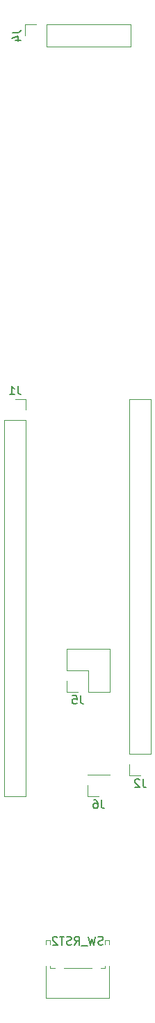
<source format=gbr>
%TF.GenerationSoftware,KiCad,Pcbnew,5.1.9-1.fc33*%
%TF.CreationDate,2021-01-18T19:28:24+01:00*%
%TF.ProjectId,Pendant PCB,50656e64-616e-4742-9050-43422e6b6963,rev?*%
%TF.SameCoordinates,PX3b9aca0PYa299fa0*%
%TF.FileFunction,Legend,Bot*%
%TF.FilePolarity,Positive*%
%FSLAX46Y46*%
G04 Gerber Fmt 4.6, Leading zero omitted, Abs format (unit mm)*
G04 Created by KiCad (PCBNEW 5.1.9-1.fc33) date 2021-01-18 19:28:24*
%MOMM*%
%LPD*%
G01*
G04 APERTURE LIST*
%ADD10C,0.120000*%
%ADD11C,0.150000*%
G04 APERTURE END LIST*
D10*
%TO.C,SW_RST2*%
X35800000Y5720000D02*
X39200000Y5720000D01*
X34160000Y5720000D02*
X34700000Y5720000D01*
X41360000Y8550000D02*
X41360000Y9060000D01*
X40840000Y9060000D02*
X41360000Y9060000D01*
X40840000Y8550000D02*
X40840000Y9060000D01*
X40300000Y5720000D02*
X40840000Y5720000D01*
X33640000Y8550000D02*
X33640000Y9060000D01*
X34160000Y8550000D02*
X34160000Y9060000D01*
X40840000Y5720000D02*
X40840000Y5950000D01*
X33640000Y2050000D02*
X33640000Y5950000D01*
X33640000Y9060000D02*
X34160000Y9060000D01*
X41360000Y2050000D02*
X41360000Y5950000D01*
X33640000Y2050000D02*
X41360000Y2050000D01*
X34160000Y5720000D02*
X34160000Y5950000D01*
%TO.C,J6*%
X38720000Y29280000D02*
X41380000Y29280000D01*
X38720000Y29220000D02*
X38720000Y29280000D01*
X41380000Y29220000D02*
X41380000Y29280000D01*
X38720000Y29220000D02*
X41380000Y29220000D01*
X38720000Y27950000D02*
X38720000Y26620000D01*
X38720000Y26620000D02*
X40050000Y26620000D01*
%TO.C,J1*%
X31206000Y26630000D02*
X28546000Y26630000D01*
X31206000Y72410000D02*
X31206000Y26630000D01*
X28546000Y72410000D02*
X28546000Y26630000D01*
X31206000Y72410000D02*
X28546000Y72410000D01*
X31206000Y73680000D02*
X31206000Y75010000D01*
X31206000Y75010000D02*
X29876000Y75010000D01*
%TO.C,J2*%
X43786000Y29170000D02*
X45116000Y29170000D01*
X43786000Y30500000D02*
X43786000Y29170000D01*
X43786000Y31770000D02*
X46446000Y31770000D01*
X46446000Y31770000D02*
X46446000Y75010000D01*
X43786000Y31770000D02*
X43786000Y75010000D01*
X43786000Y75010000D02*
X46446000Y75010000D01*
%TO.C,J5*%
X36170000Y44550000D02*
X41370000Y44550000D01*
X36170000Y41950000D02*
X36170000Y44550000D01*
X41370000Y39350000D02*
X41370000Y44550000D01*
X36170000Y41950000D02*
X38770000Y41950000D01*
X38770000Y41950000D02*
X38770000Y39350000D01*
X38770000Y39350000D02*
X41370000Y39350000D01*
X36170000Y40680000D02*
X36170000Y39350000D01*
X36170000Y39350000D02*
X37500000Y39350000D01*
%TO.C,J4*%
X31090001Y120580000D02*
X31090001Y119250000D01*
X32420001Y120580000D02*
X31090001Y120580000D01*
X33690001Y120580000D02*
X33690001Y117920000D01*
X33690001Y117920000D02*
X43910001Y117920000D01*
X33690001Y120580000D02*
X43910001Y120580000D01*
X43910001Y120580000D02*
X43910001Y117920000D01*
%TO.C,SW_RST2*%
D11*
X40571428Y8595239D02*
X40428571Y8547620D01*
X40190476Y8547620D01*
X40095238Y8595239D01*
X40047619Y8642858D01*
X40000000Y8738096D01*
X40000000Y8833334D01*
X40047619Y8928572D01*
X40095238Y8976191D01*
X40190476Y9023810D01*
X40380952Y9071429D01*
X40476190Y9119048D01*
X40523809Y9166667D01*
X40571428Y9261905D01*
X40571428Y9357143D01*
X40523809Y9452381D01*
X40476190Y9500000D01*
X40380952Y9547620D01*
X40142857Y9547620D01*
X40000000Y9500000D01*
X39666666Y9547620D02*
X39428571Y8547620D01*
X39238095Y9261905D01*
X39047619Y8547620D01*
X38809523Y9547620D01*
X38666666Y8452381D02*
X37904761Y8452381D01*
X37095238Y8547620D02*
X37428571Y9023810D01*
X37666666Y8547620D02*
X37666666Y9547620D01*
X37285714Y9547620D01*
X37190476Y9500000D01*
X37142857Y9452381D01*
X37095238Y9357143D01*
X37095238Y9214286D01*
X37142857Y9119048D01*
X37190476Y9071429D01*
X37285714Y9023810D01*
X37666666Y9023810D01*
X36714285Y8595239D02*
X36571428Y8547620D01*
X36333333Y8547620D01*
X36238095Y8595239D01*
X36190476Y8642858D01*
X36142857Y8738096D01*
X36142857Y8833334D01*
X36190476Y8928572D01*
X36238095Y8976191D01*
X36333333Y9023810D01*
X36523809Y9071429D01*
X36619047Y9119048D01*
X36666666Y9166667D01*
X36714285Y9261905D01*
X36714285Y9357143D01*
X36666666Y9452381D01*
X36619047Y9500000D01*
X36523809Y9547620D01*
X36285714Y9547620D01*
X36142857Y9500000D01*
X35857142Y9547620D02*
X35285714Y9547620D01*
X35571428Y8547620D02*
X35571428Y9547620D01*
X35000000Y9452381D02*
X34952380Y9500000D01*
X34857142Y9547620D01*
X34619047Y9547620D01*
X34523809Y9500000D01*
X34476190Y9452381D01*
X34428571Y9357143D01*
X34428571Y9261905D01*
X34476190Y9119048D01*
X35047619Y8547620D01*
X34428571Y8547620D01*
%TO.C,J6*%
X40383333Y26167620D02*
X40383333Y25453334D01*
X40430952Y25310477D01*
X40526190Y25215239D01*
X40669047Y25167620D01*
X40764285Y25167620D01*
X39478571Y26167620D02*
X39669047Y26167620D01*
X39764285Y26120000D01*
X39811904Y26072381D01*
X39907142Y25929524D01*
X39954761Y25739048D01*
X39954761Y25358096D01*
X39907142Y25262858D01*
X39859523Y25215239D01*
X39764285Y25167620D01*
X39573809Y25167620D01*
X39478571Y25215239D01*
X39430952Y25262858D01*
X39383333Y25358096D01*
X39383333Y25596191D01*
X39430952Y25691429D01*
X39478571Y25739048D01*
X39573809Y25786667D01*
X39764285Y25786667D01*
X39859523Y25739048D01*
X39907142Y25691429D01*
X39954761Y25596191D01*
%TO.C,J1*%
X30209333Y76557620D02*
X30209333Y75843334D01*
X30256952Y75700477D01*
X30352190Y75605239D01*
X30495047Y75557620D01*
X30590285Y75557620D01*
X29209333Y75557620D02*
X29780761Y75557620D01*
X29495047Y75557620D02*
X29495047Y76557620D01*
X29590285Y76414762D01*
X29685523Y76319524D01*
X29780761Y76271905D01*
%TO.C,J2*%
X45449333Y28717620D02*
X45449333Y28003334D01*
X45496952Y27860477D01*
X45592190Y27765239D01*
X45735047Y27717620D01*
X45830285Y27717620D01*
X45020761Y28622381D02*
X44973142Y28670000D01*
X44877904Y28717620D01*
X44639809Y28717620D01*
X44544571Y28670000D01*
X44496952Y28622381D01*
X44449333Y28527143D01*
X44449333Y28431905D01*
X44496952Y28289048D01*
X45068380Y27717620D01*
X44449333Y27717620D01*
%TO.C,J5*%
X37833333Y38897620D02*
X37833333Y38183334D01*
X37880952Y38040477D01*
X37976190Y37945239D01*
X38119047Y37897620D01*
X38214285Y37897620D01*
X36880952Y38897620D02*
X37357142Y38897620D01*
X37404761Y38421429D01*
X37357142Y38469048D01*
X37261904Y38516667D01*
X37023809Y38516667D01*
X36928571Y38469048D01*
X36880952Y38421429D01*
X36833333Y38326191D01*
X36833333Y38088096D01*
X36880952Y37992858D01*
X36928571Y37945239D01*
X37023809Y37897620D01*
X37261904Y37897620D01*
X37357142Y37945239D01*
X37404761Y37992858D01*
%TO.C,J4*%
X29542381Y119583334D02*
X30256667Y119583334D01*
X30399524Y119630953D01*
X30494762Y119726191D01*
X30542381Y119869048D01*
X30542381Y119964286D01*
X29875715Y118678572D02*
X30542381Y118678572D01*
X29494762Y118916667D02*
X30209048Y119154762D01*
X30209048Y118535715D01*
%TD*%
M02*

</source>
